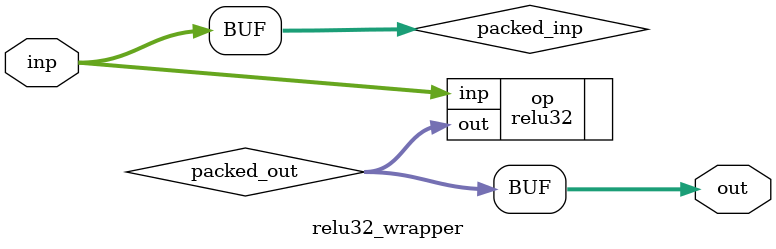
<source format=v>
`timescale 1 ns / 1 ps

module relu32_wrapper (
    // verilator lint_off UNUSEDSIGNAL
    input [255:0] inp,
    // verilator lint_on UNUSEDSIGNAL
    output [223:0] out
);
    wire [255:0] packed_inp;
    wire [223:0] packed_out;

    assign packed_inp[255:0] = inp[255:0];

    relu32 op (
        .inp(packed_inp),
        .out(packed_out)
    );

    assign out[223:0] = packed_out[223:0];

endmodule

</source>
